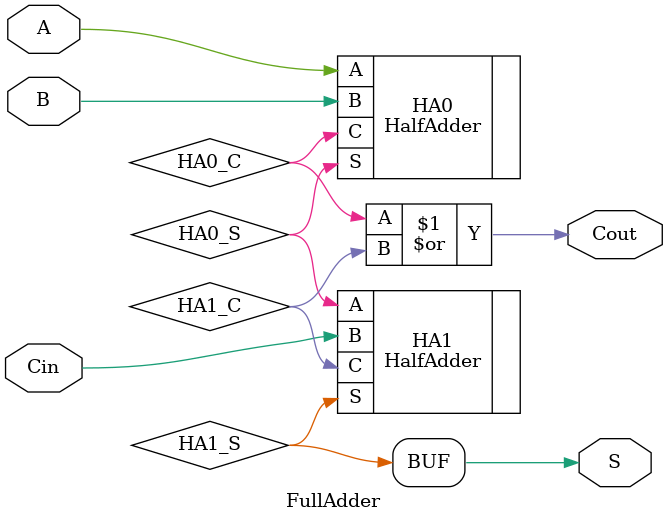
<source format=v>
`timescale 1ns / 1ps


module FullAdder(

    input A,
    input B,
    input Cin,
    output S,
    output Cout
    );

    wire HA0_S, HA0_C;
    wire HA1_S, HA1_C;

    // Output sum from the first half adder
    assign S = HA1_S;   
    // Carry out is the OR of the carry outputs from both half adders
    assign Cout = HA0_C | HA1_C;    

    // First Half Adder
    HalfAdder HA0 (
        .A(A),
        .B(B),
        .S(HA0_S),
        .C(HA0_C)
    );
    // Second Half Adder
    HalfAdder HA1 (
        .A(HA0_S),
        .B(Cin),
        .S(HA1_S),
        .C(HA1_C)
    );

endmodule

</source>
